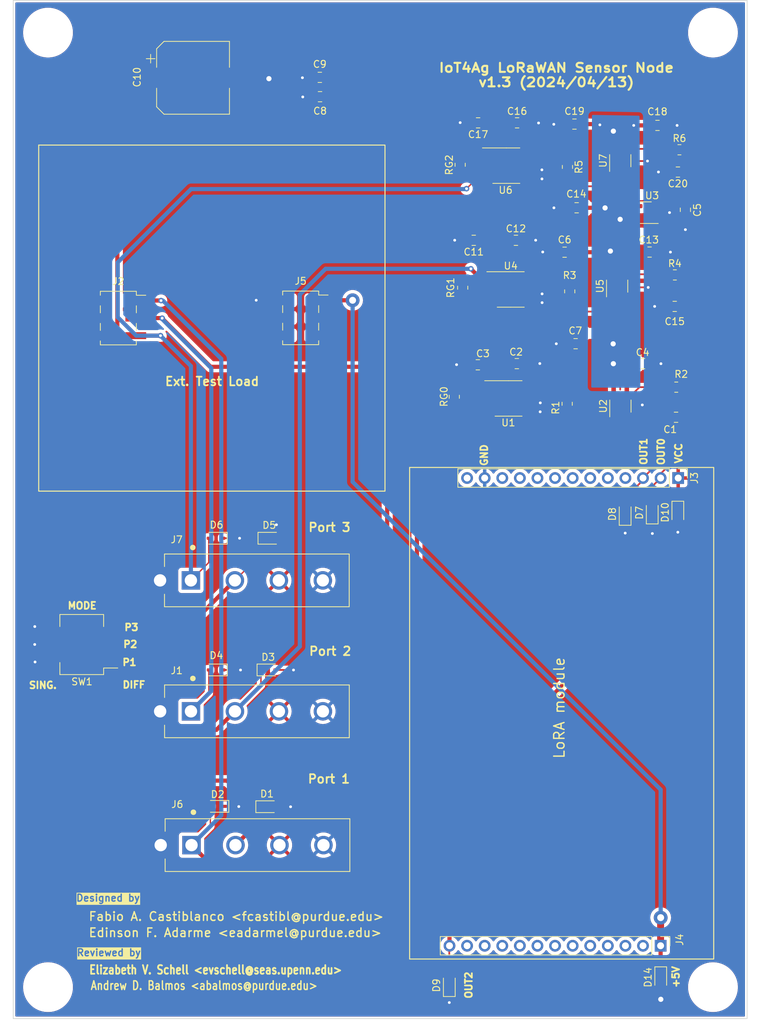
<source format=kicad_pcb>
(kicad_pcb (version 20240108) (generator "pcbnew") (generator_version "8.0")
  (title_block (title "IoT4Ag LoRaWAN Buffer") (company "OATS-Purdue") (comment 1 "Andrew D. Balmos") (comment 2 "Fabio A. Castiblanco") (comment 3 "Reviewed by") (comment 4 "Designed by Elizabeth V. Schell"))
  (layers (0 "F.Cu" signal) (31 "B.Cu" signal) (34 "B.Paste" user) (35 "F.Paste" user) (36 "B.SilkS" user "B.Silkscreen") (37 "F.SilkS" user "F.Silkscreen") (38 "B.Mask" user) (39 "F.Mask" user) (44 "Edge.Cuts" user))
  (net 0 "")
  (net 1 "Net-(R1-Pad1)")
  (net 2 "Net-(U2-+)")
  (net 3 "Net-(U2--)")
  (net 4 "GND")
  (net 6 "/VADC")
  (net 7 "VCC")
  (net 8 "Net-(R3-Pad1)")
  (net 9 "Net-(U5-+)")
  (net 10 "Net-(U5--)")
  (net 11 "Net-(R5-Pad1)")
  (net 12 "Net-(U7-+)")
  (net 13 "Net-(U7--)")
  (net 14 "/RG0+")
  (net 15 "/RG0-")
  (net 16 "/RG1+")
  (net 17 "/RG1-")
  (net 18 "/RG2+")
  (net 19 "/RG2-")
  (net 20 "/P1_OUT")
  (net 21 "/P2_OUT")
  (net 22 "/P3_OUT")
  (net 23 "/5V_SW")
  (net 44 "/P1-")
  (net 45 "/P1+")
  (net 46 "/P2-")
  (net 47 "/P2+")
  (net 48 "/P3-")
  (net 49 "/P3+")
  (footprint "Capacitor_SMD:C_0805_2012Metric_Pad1.18x1.45mm_HandSolder" (layer "F.Cu") (at 132.41 63.59)
    (property "Reference" "C6")
    (property "Value" "1u")
  )
  (footprint "MountingHole:MountingHole_3.2mm_M3" (layer "F.Cu") (at 57.821 31.861)
    (property "Reference" "H2" (hide yes))
    (property "Value" "MountingHole_Pad")
  )
  (footprint "Package_TO_SOT_SMD:TSOT-23-5_HandSoldering" (layer "F.Cu") (at 140.42 50.37 90)
    (property "Reference" "U7")
    (property "Value" "AD8615")
  )
  (footprint "Resistor_SMD:R_0805_2012Metric" (layer "F.Cu") (at 117.328 50.96 -90)
    (property "Reference" "RG2")
    (property "Value" "68k")
  )
  (footprint "Package_TO_SOT_SMD:TSOT-23-5_HandSoldering" (layer "F.Cu") (at 140.44 85.83 90)
    (property "Reference" "U2")
    (property "Value" "AD8615")
  )
  (footprint "Capacitor_SMD:C_0805_2012Metric_Pad1.18x1.45mm_HandSolder" (layer "F.Cu") (at 134 76.81 180)
    (property "Reference" "C7")
    (property "Value" "0.1u")
  )
  (footprint "Diode_SMD:D_SOD-323" (layer "F.Cu") (at 148.76 101.1825 -90)
    (property "Reference" "D10")
    (property "Value" "ESD9B3.3ST5G")
  )
  (footprint "MountingHole:MountingHole_3.2mm_M3" (layer "F.Cu") (at 153.833 31.861)
    (property "Reference" "H1" (hide yes))
    (property "Value" "MountingHole_Pad")
  )
  (footprint "Diode_SMD:D_SOD-323" (layer "F.Cu") (at 82.08 104.92 180)
    (property "Reference" "D6")
    (property "Value" "ESD9B3.3ST5G")
  )
  (footprint "Componets:iot4ag" (layer "F.Cu") (at 131.301 34.2)
    (property "Reference" "G2" (hide yes))
    (property "Value" "LOGO" (hide yes))
  )
  (footprint "Capacitor_SMD:C_0805_2012Metric_Pad1.18x1.45mm_HandSolder" (layer "F.Cu") (at 119.92 44.9 180)
    (property "Reference" "C17")
    (property "Value" "0.1u")
  )
  (footprint "Componets:TE_643416-1" (layer "F.Cu") (at 87.985 129.93)
    (property "Reference" "J1")
    (property "Value" "643416-1")
  )
  (footprint "Package_SO:SOIC-8_3.9x4.9mm_P1.27mm" (layer "F.Cu") (at 123.995 51.085)
    (property "Reference" "U6")
    (property "Value" "AD8226")
  )
  (footprint "Capacitor_SMD:C_0805_2012Metric_Pad1.18x1.45mm_HandSolder" (layer "F.Cu") (at 143.7275 79.69)
    (property "Reference" "C4")
    (property "Value" "10u")
  )
  (footprint "Diode_SMD:D_SOD-323" (layer "F.Cu") (at 82.315 143.66 180)
    (property "Reference" "D2")
    (property "Value" "ESD9B3.3ST5G")
  )
  (footprint "Package_SO:SOIC-8_3.9x4.9mm_P1.27mm" (layer "F.Cu") (at 124.63 68.9725)
    (property "Reference" "U4")
    (property "Value" "AD8226")
  )
  (footprint "Capacitor_SMD:C_0805_2012Metric_Pad1.18x1.45mm_HandSolder" (layer "F.Cu") (at 149.85 57.4625 90)
    (property "Reference" "C5")
    (property "Value" "1u")
  )
  (footprint "Diode_SMD:D_SOD-323" (layer "F.Cu") (at 89.4375 143.71)
    (property "Reference" "D1")
    (property "Value" "ESD9B3.3ST5G")
  )
  (footprint "Componets:TE_643416-1" (layer "F.Cu") (at 88.065 149.26)
    (property "Reference" "J6")
    (property "Value" "643416-1")
  )
  (footprint "Capacitor_SMD:C_0805_2012Metric_Pad1.18x1.45mm_HandSolder" (layer "F.Cu") (at 148.5 87.44 180)
    (property "Reference" "C1")
    (property "Value" "10n")
  )
  (footprint "Diode_SMD:D_SOD-323" (layer "F.Cu") (at 89.615 123.95)
    (property "Reference" "D3")
    (property "Value" "ESD9B3.3ST5G")
  )
  (footprint "Diode_SMD:D_SOD-323" (layer "F.Cu") (at 89.7525 104.92)
    (property "Reference" "D5")
    (property "Value" "ESD9B3.3ST5G")
  )
  (footprint "Resistor_SMD:R_0805_2012Metric" (layer "F.Cu") (at 148.99 48.79)
    (property "Reference" "R6")
    (property "Value" "10")
  )
  (footprint "Diode_SMD:D_SOD-323" (layer "F.Cu") (at 115.76 169.5275 90)
    (property "Reference" "D9")
    (property "Value" "ESD9B3.3ST5G")
  )
  (footprint "Componets:TE_643416-1" (layer "F.Cu") (at 87.975 111.01)
    (property "Reference" "J7")
    (property "Value" "643416-1")
  )
  (footprint "Resistor_SMD:R_0805_2012Metric" (layer "F.Cu") (at 116.48 84.48 -90)
    (property "Reference" "RG0")
    (property "Value" "68k")
  )
  (footprint "Resistor_SMD:R_0805_2012Metric" (layer "F.Cu") (at 132.78 85.49 -90)
    (property "Reference" "R1")
    (property "Value" "10k")
  )
  (footprint "Capacitor_SMD:CP_Elec_10x10" (layer "F.Cu") (at 78.76 38.39)
    (property "Reference" "C10")
    (property "Value" "330u")
  )
  (footprint "MountingHole:MountingHole_3.2mm_M3" (layer "F.Cu") (at 57.821 169.783)
    (property "Reference" "H3" (hide yes))
    (property "Value" "MountingHole_Pad")
  )
  (footprint "Connector_PinSocket_2.54mm:PinSocket_2x03_P2.54mm_Vertical_SMD" (layer "F.Cu") (at 94.3 73.08)
    (property "Reference" "J5")
    (property "Value" "Conn_02x03_Odd_Even")
  )
  (footprint "Capacitor_SMD:C_0805_2012Metric_Pad1.18x1.45mm_HandSolder" (layer "F.Cu") (at 125.51 79.69)
    (property "Reference" "C2")
    (property "Value" "10u")
  )
  (footprint "Diode_SMD:D_SOD-323" (layer "F.Cu") (at 145.06 101.24 90)
    (property "Reference" "D7")
    (property "Value" "ESD9B3.3ST5G")
  )
  (footprint "Capacitor_SMD:C_0805_2012Metric_Pad1.18x1.45mm_HandSolder" (layer "F.Cu") (at 148.77 52.01 180)
    (property "Reference" "C20")
    (property "Value" "10n")
  )
  (footprint "Resistor_SMD:R_0805_2012Metric" (layer "F.Cu") (at 133.15 69.25 -90)
    (property "Reference" "R3")
    (property "Value" "10k")
  )
  (footprint "Diode_SMD:D_SOD-323" (layer "F.Cu") (at 146.29 168.46 -90)
    (property "Reference" "D14")
    (property "Value" "ESD9B3.3ST5G")
  )
  (footprint "Capacitor_SMD:C_0805_2012Metric_Pad1.18x1.45mm_HandSolder" (layer "F.Cu") (at 97.0955 41.1213 180)
    (property "Reference" "C8")
    (property "Value" "10u")
  )
  (footprint "Capacitor_SMD:C_0805_2012Metric_Pad1.18x1.45mm_HandSolder" (layer "F.Cu") (at 144.68 63.57)
    (property "Reference" "C13")
    (property "Value" "10u")
  )
  (footprint "Diode_SMD:D_SOD-323" (layer "F.Cu") (at 141.15 101.4375 90)
    (property "Reference" "D8")
    (property "Value" "ESD9B3.3ST5G")
  )
  (footprint "Capacitor_SMD:C_0805_2012Metric_Pad1.18x1.45mm_HandSolder" (layer "F.Cu") (at 125.55 44.9)
    (property "Reference" "C16")
    (property "Value" "10u")
  )
  (footprint "Resistor_SMD:R_0805_2012Metric" (layer "F.Cu") (at 148.53 83.09)
    (property "Reference" "R2")
    (property "Value" "10")
  )
  (footprint "Connector_PinSocket_2.54mm:PinSocket_2x03_P2.54mm_Vertical_SMD" (layer "F.Cu") (at 67.975 73.11)
    (property "Reference" "J2")
    (property "Value" "Conn_02x03_Odd_Even")
  )
  (footprint "Connector_PinHeader_2.54mm:PinHeader_1x13_P2.54mm_Vertical" (layer "F.Cu") (at 148.81 96.22 -90)
    (property "Reference" "J3")
    (property "Value" "Conn_01x13_Pin")
  )
  (footprint "MountingHole:MountingHole_3.2mm_M3" (layer "F.Cu") (at 153.833 169.783)
    (property "Reference" "H4" (hide yes))
    (property "Value" "MountingHole_Pad")
  )
  (footprint "Resistor_SMD:R_0805_2012Metric" (layer "F.Cu") (at 132.82 51.27 -90)
    (property "Reference" "R5")
    (property "Value" "10k")
  )
  (footprint "Capacitor_SMD:C_0805_2012Metric_Pad1.18x1.45mm_HandSolder" (layer "F.Cu") (at 134.1475 57.17 180)
    (property "Reference" "C14")
    (property "Value" "0.1u")
  )
  (footprint "Package_TO_SOT_SMD:TSOT-23-5_HandSoldering" (layer "F.Cu") (at 139.97 68.4925 90)
    (property "Reference" "U5")
    (property "Value" "AD8615")
  )
  (footprint "Resistor_SMD:R_0805_2012Metric" (layer "F.Cu") (at 148.33 66.8725)
    (property "Reference" "R4")
    (property "Value" "10")
  )
  (footprint "Capacitor_SMD:C_0805_2012Metric_Pad1.18x1.45mm_HandSolder" (layer "F.Cu") (at 133.83 45.08 180)
    (property "Reference" "C19")
    (property "Value" "0.1u")
  )
  (footprint "Button_Switch_SMD:SW_DIP_SPSTx03_Slide_Omron_A6S-310x_W8.9mm_P2.54mm" (layer "F.Cu") (at 62.69 120.28 180)
    (property "Reference" "SW1")
    (property "Value" "SW_DIP_x03")
  )
  (footprint "Package_TO_SOT_SMD:TSOT-23-5" (layer "F.Cu") (at 144.13 57.88 180)
    (property "Reference" "U3")
    (property "Value" "ADP7142AUJZ-3.3")
  )
  (footprint "Package_SO:SOIC-8_3.9x4.9mm_P1.27mm" (layer "F.Cu") (at 124.318 84.72)
    (property "Reference" "U1")
    (property "Value" "AD8226")
  )
  (footprint "Capacitor_SMD:C_0805_2012Metric_Pad1.18x1.45mm_HandSolder" (layer "F.Cu") (at 97.065 38.3275 180)
    (property "Reference" "C9")
    (property "Value" "0.1u")
  )
  (footprint "Capacitor_SMD:C_0805_2012Metric_Pad1.18x1.45mm_HandSolder" (layer "F.Cu") (at 119.88 79.86 180)
    (property "Reference" "C3")
    (property "Value" "0.1u")
  )
  (footprint "Capacitor_SMD:C_0805_2012Metric_Pad1.18x1.45mm_HandSolder" (layer "F.Cu") (at 125.38 61.8725)
    (property "Reference" "C12")
    (property "Value" "0.1u")
  )
  (footprint "Diode_SMD:D_SOD-323" (layer "F.Cu") (at 82.095 123.95 180)
    (property "Reference" "D4")
    (property "Value" "ESD9B3.3ST5G")
  )
  (footprint "Capacitor_SMD:C_0805_2012Metric_Pad1.18x1.45mm_HandSolder" (layer "F.Cu") (at 145.82 45.27)
    (property "Reference" "C18")
    (property "Value" "10u")
  )
  (footprint "Capacitor_SMD:C_0805_2012Metric_Pad1.18x1.45mm_HandSolder" (layer "F.Cu") (at 148.31 71.4225 180)
    (property "Reference" "C15")
    (property "Value" "10n")
  )
  (footprint "Componets:OATS" (layer "F.Cu") (at 131.236987 30.9)
    (property "Reference" "G1" (hide yes))
    (property "Value" "LOGO" (hide yes))
  )
  (footprint "Resistor_SMD:R_0805_2012Metric" (layer "F.Cu") (at 117.696 68.7225 -90)
    (property "Reference" "RG1")
    (property "Value" "68k")
  )
  (footprint "Connector_PinHeader_2.54mm:PinHeader_1x13_P2.54mm_Vertical" (layer "F.Cu") (at 146.27 163.8 -90)
    (property "Reference" "J4")
    (property "Value" "Conn_01x13_Pin")
  )
  (footprint "Capacitor_SMD:C_0805_2012Metric_Pad1.18x1.45mm_HandSolder" (layer "F.Cu") (at 119.29 61.8725 180)
    (property "Reference" "C11")
    (property "Value" "10u")
  )
  (gr_rect (start 110.03 94.69) (end 153.94 165.72) (stroke (width 0.15)) (fill none) (layer "F.SilkS"))
  (gr_rect (start 56.475 48.115) (end 106.475 98.115) (stroke (width 0.15)) (fill none) (layer "F.SilkS"))
  (gr_rect (start 52.798 27.2) (end 158.76 174.33) (stroke (width 0.1)) (fill none) (layer "Edge.Cuts"))
  (gr_text "+5V" (at 149.06 170 90) (layer "F.SilkS") (effects (font (size 1 1) (thickness 0.25) (bold yes)) (justify left bottom)))
  (gr_text "P3" (at 68.72 118.38 0) (layer "F.SilkS") (effects (font (size 1 1) (thickness 0.25) (bold yes)) (justify left bottom)))
  (gr_text "Reviewed by" (at 61.87 165.38 0) (layer "F.SilkS" knockout) (effects (font (size 1 1) (thickness 0.2) (bold yes)) (justify left bottom)))
  (gr_text "OUT0\n" (at 146.92 94.47 90) (layer "F.SilkS") (effects (font (size 1 1) (thickness 0.25) (bold yes)) (justify left bottom)))
  (gr_text "Edinson F. Adarme <eadarmel@purdue.edu>" (at 63.59 162.64 0) (layer "F.SilkS") (effects (font (size 1.25 1.25) (thickness 0.2) (bold yes)) (justify left bottom)))
  (gr_text "SING.\n" (at 54.94 126.74 0) (layer "F.SilkS") (effects (font (size 1 1) (thickness 0.25) (bold yes)) (justify left bottom)))
  (gr_text "Port 1" (at 95.21 140.43 0) (layer "F.SilkS") (effects (font (size 1.25 1.25) (thickness 0.25) (bold yes)) (justify left bottom)))
  (gr_text "DIFF\n" (at 68.46 126.68 0) (layer "F.SilkS") (effects (font (size 1 1) (thickness 0.25) (bold yes)) (justify left bottom)))
  (gr_text "MODE" (at 60.54 115.25 0) (layer "F.SilkS") (effects (font (size 1 1) (thickness 0.25) (bold yes)) (justify left bottom)))
  (gr_text "GND" (at 121.38 94.6 90) (layer "F.SilkS") (effects (font (size 1 1) (thickness 0.25) (bold yes)) (justify left bottom)))
  (gr_text "P1" (at 68.44 123.43 0) (layer "F.SilkS") (effects (font (size 1 1) (thickness 0.25) (bold yes)) (justify left bottom)))
  (gr_text "OUT1\n\n" (at 146.02 94.45 90) (layer "F.SilkS") (effects (font (size 1 1) (thickness 0.25) (bold yes)) (justify left bottom)))
  (gr_text "LoRA module\n" (at 132.52 136.89 90) (layer "F.SilkS") (effects (font (size 1.5 1.5) (thickness 0.2) (bold yes)) (justify left bottom)))
  (gr_text "VCC\n" (at 149.46 94.24 90) (layer "F.SilkS") (effects (font (size 1 1) (thickness 0.25) (bold yes)) (justify left bottom)))
  (gr_text "OUT2\n" (at 119.15 171.5575 90) (layer "F.SilkS") (effects (font (size 1 1) (thickness 0.25) (bold yes)) (justify left bottom)))
  (gr_text "Port 2" (at 95.39 121.97 0) (layer "F.SilkS") (effects (font (size 1.25 1.25) (thickness 0.25) (bold yes)) (justify left bottom)))
  (gr_text "Ext. Test Load" (at 74.59 82.99 0) (layer "F.SilkS") (effects (font (size 1.25 1.25) (thickness 0.25) (bold yes)) (justify left bottom)))
  (gr_text "P2" (at 68.56 120.83 0) (layer "F.SilkS") (effects (font (size 1 1) (thickness 0.25) (bold yes)) (justify left bottom)))
  (gr_text "Fabio A. Castiblanco <fcastibl@purdue.edu>" (at 63.59 160.3 0) (layer "F.SilkS") (effects (font (size 1.25 1.25) (thickness 0.2) (bold yes)) (justify left bottom)))
  (gr_text "Designed by" (at 61.78 157.48 0) (layer "F.SilkS" knockout) (effects (font (size 1 1) (thickness 0.2) (bold yes)) (justify left bottom)))
  (gr_text "IoT4Ag LoRaWAN Sensor Node\nv1.3 (2024/04/13)" (at 131.222781 39.8 0) (layer "F.SilkS") (effects (font (size 1.3 1.5) (thickness 0.3) (bold yes)) (justify bottom)))
  (gr_text "Andrew D. Balmos <abalmos@purdue.edu>" (at 63.87 170.28 0) (layer "F.SilkS") (effects (font (size 1.25 1) (thickness 0.2) (bold yes)) (justify left bottom)))
  (gr_text "Elizabeth V. Schell <evschell@seas.upenn.edu>" (at 63.64 168.01 0) (layer "F.SilkS") (effects (font (size 1.25 1) (thickness 0.25) (bold yes)) (justify left bottom)))
  (gr_text "Port 3" (at 95.29 104.08 0) (layer "F.SilkS") (effects (font (size 1.25 1.25) (thickness 0.25) (bold yes)) (justify left bottom)))
  (segment (start 130.355 84.085) (end 130.8475 84.5775) (width 0.25) (layer "F.Cu") (net 1))
  (segment (start 126.793 84.085) (end 130.355 84.085) (width 0.25) (layer "F.Cu") (net 1))
  (segment (start 130.8475 84.5775) (end 132.78 84.5775) (width 0.25) (layer "F.Cu") (net 1))
  (segment (start 132.78 86.4025) (end 132.78 87.43) (width 0.25) (layer "F.Cu") (net 2))
  (segment (start 132.78 87.43) (end 135.08 89.73) (width 0.25) (layer "F.Cu") (net 2))
  (segment (start 135.08 89.73) (end 140.45 89.73) (width 0.25) (layer "F.Cu") (net 2))
  (segment (start 141.39 88.79) (end 141.39 87.54) (width 0.25) (layer "F.Cu") (net 2))
  (segment (start 140.45 89.73) (end 141.39 88.79) (width 0.25) (layer "F.Cu") (net 2))
  (segment (start 141.39 84.12) (end 142.19 84.12) (width 0.25) (layer "F.Cu") (net 3))
  (segment (start 140.37 84.53) (end 140.78 84.12) (width 0.25) (layer "F.Cu") (net 3))
  (segment (start 139.49 86.1) (end 140.37 85.22) (width 0.25) (layer "F.Cu") (net 3))
  (segment (start 143.22 83.09) (end 147.6175 83.09) (width 0.25) (layer "F.Cu") (net 3))
  (segment (start 139.49 87.54) (end 139.49 86.1) (width 0.25) (layer "F.Cu") (net 3))
  (segment (start 142.19 84.12) (end 143.22 83.09) (width 0.25) (layer "F.Cu") (net 3))
  (segment (start 140.78 84.12) (end 141.39 84.12) (width 0.25) (layer "F.Cu") (net 3))
  (segment (start 140.37 85.22) (end 140.37 84.53) (width 0.25) (layer "F.Cu") (net 3))
  (segment (start 146.31 79.69) (end 146.32 79.7) (width 0.25) (layer "F.Cu") (net 4))
  (segment (start 143.61 85.68) (end 141.05 85.68) (width 0.25) (layer "F.Cu") (net 4))
  (segment (start 143.63 85.66) (end 145.41 87.44) (width 0.25) (layer "F.Cu") (net 4))
  (segment (start 145.06 102.29) (end 145.06 104.22) (width 0.25) (layer "F.Cu") (net 4))
  (segment (start 144.765 79.69) (end 146.31 79.69) (width 0.25) (layer "F.Cu") (net 4))
  (segment (start 129.1 51.72) (end 126.47 51.72) (width 0.25) (layer "F.Cu") (net 4))
  (segment (start 140.83 50.42) (end 144.38 50.42) (width 0.25) (layer "F.Cu") (net 4))
  (segment (start 127.105 70.8775) (end 129.1575 70.8775) (width 0.25) (layer "F.Cu") (net 4))
  (segment (start 145.06 104.22) (end 145.08 104.24) (width 0.25) (layer "F.Cu") (net 4))
  (segment (start 146.3 171.54) (end 146.29 171.48) (width 0.6) (layer "F.Cu") (net 4))
  (segment (start 115.76 170.5775) (end 115.76 172.01) (width 0.25) (layer "F.Cu") (net 4))
  (segment (start 85.335 143.66) (end 85.365 143.69) (width 0.25) (layer "F.Cu") (net 4))
  (segment (start 90.665 123.95) (end 93.255 123.95) (width 0.25) (layer "F.Cu") (net 4))
  (segment (start 144.47 68.67) (end 140.2525 68.67) (width 0.25) (layer "F.Cu") (net 4))
  (segment (start 85.605 123.95) (end 85.615 123.96) (width 0.25) (layer "F.Cu") (net 4))
  (segment (start 117.36 44.9) (end 117.33 44.87) (width 0.25) (layer "F.Cu") (net 4))
  (segment (start 87.89 70.54) (end 87.88 70.53) (width 0.25) (layer "F.Cu") (net 4))
  (segment (start 129.1575 70.8775) (end 129.16 70.88) (width 0.25) (layer "F.Cu") (net 4))
  (segment (start 145.2675 57.88) (end 147.55 57.88) (width 0.5) (layer "F.Cu") (net 4))
  (segment (start 96.058 41.1213) (end 94.6382 41.1213) (width 0.25) (layer "F.Cu") (net 4))
  (segment (start 139.97 68.9525) (end 139.97 70.2025) (width 0.25) (layer "F.Cu") (net 4))
  (segment (start 128.9 85.36) (end 128.42 85.355) (width 0.25) (layer "F.Cu") (net 4))
  (segment (start 133.11 57.17) (end 130.875 57.17) (width 0.25) (layer "F.Cu") (net 4))
  (segment (start 93.255 123.95) (end 93.265 123.96) (width 0.25) (layer "F.Cu") (net 4))
  (segment (start 83.0775 38.51) (end 89.71 38.51) (width 1) (layer "F.Cu") (net 4))
  (segment (start 118.8425 79.86) (end 116.83 79.86) (width 0.25) (layer "F.Cu") (net 4))
  (segment (start 89.71 38.51) (end 89.7175 38.5175) (width 0.6) (layer "F.Cu") (net 4))
  (segment (start 83.145 123.95) (end 85.605 123.95) (width 0.25) (layer "F.Cu") (net 4))
  (segment (start 128.82 79.69) (end 128.83 79.68) (width 0.25) (layer "F.Cu") (net 4))
  (segment (start 145.41 87.44) (end 147.4625 87.44) (width 0.25) (layer "F.Cu") (net 4))
  (segment (start 58.18 117.68) (end 58.24 117.74) (width 0.25) (layer "F.Cu") (net 4))
  (segment (start 145.96 52) (end 145.97 52.01) (width 0.25) (layer "F.Cu") (net 4))
  (segment (start 140.42 50.83) (end 140.83 50.42) (width 0.25) (layer "F.Cu") (net 4))
  (segment (start 116.83 79.86) (end 116.81 79.84) (width 0.25) (layer "F.Cu") (net 4))
  (segment (start 147.27 71.42) (end 147.2725 71.4225) (width 0.25) (layer "F.Cu") (net 4))
  (segment (start 85.48 104.92) (end 83.13 104.92) (width 0.25) (layer "F.Cu") (net 4))
  (segment (start 129.25 63.56) (end 131.3425 63.56) (width 0.25) (layer "F.Cu") (net 4))
  (segment (start 90.8 102.97) (end 90.8 104.9175) (width 0.25) (layer "F.Cu") (net 4))
  (segment (start 118.8825 44.9) (end 117.36 44.9) (width 0.25) (layer "F.Cu") (net 4))
  (segment (start 140.42 52.08) (end 140.42 50.83) (width 0.25) (layer "F.Cu") (net 4))
  (segment (start 55.9 120.27) (end 58.23 120.27) (width 0.25) (layer "F.Cu") (net 4))
  (segment (start 91.78 70.54) (end 87.89 70.54) (width 0.25) (layer "F.Cu") (net 4))
  (segment (start 96.0275 38.3275) (end 94.6053 38.3275) (width 0.25) (layer "F.Cu") (net 4))
  (segment (start 129.1575 69.6075) (end 127.105 69.6075) (width 0.25) (layer "F.Cu") (net 4))
  (segment (start 129.13 51.69) (end 129.1 51.72) (width 0.25) (layer "F.Cu") (net 4))
  (segment (start 90.8 104.9175) (end 90.8025 104.92) (width 0.25) (layer "F.Cu") (net 4))
  (segment (start 128.41 85.355) (end 128.9 85.36) (width 0.25) (layer "F.Cu") (net 4))
  (segment (start 144.48 68.68) (end 144.47 68.67) (width 0.25) (layer "F.Cu") (net 4))
  (segment (start 58.23 120.27) (end 58.24 120.28) (width 0.25) (layer "F.Cu") (net 4))
  (segment (start 140.2525 68.67) (end 139.97 68.9525) (width 0.25) (layer "F.Cu") (net 4))
  (segment (start 92.835 143.71) (end 92.845 143.72) (width 0.25) (layer "F.Cu") (net 4))
  (segment (start 147.7325 52.01) (end 145.96 52) (width 0.25) (layer "F.Cu") (net 4))
  (segment (start 141.05 85.68) (end 140.44 86.29) (width 0.25) (layer "F.Cu") (net 4))
  (segment (start 126.5475 79.69) (end 128.82 79.69) (width 0.25) (layer "F.Cu") (net 4))
  (segment (start 128.015 85.355) (end 128.41 85.355) (width 0.25) (layer "F.Cu") (net 4))
  (segment (start 126.793 85.355) (end 128.015 85.355) (width 0.25) (layer "F.Cu") (net 4))
  (segment (start 55.91 117.68) (end 58.18 117.68) (width 0.25) (layer "F.Cu") (net 4))
  (segment (start 90.4875 143.71) (end 92.835 143.71) (width 0.25) (layer "F.Cu") (net 4))
  (segment (start 146.29 169.51) (end 146.3 171.54) (width 0.6) (layer "F.Cu") (net 4))
  (segment (start 145.41 71.42) (end 147.27 71.42) (width 0.25) (layer "F.Cu") (net 4))
  (segment (start 128.855 86.625) (end 128.88 86.65) (width 0.25) (layer "F.Cu") (net 4))
  (segment (start 141.15 104.1675) (end 141.16 104.1775) (width 0.25) (layer "F.Cu") (net 4))
  (segment (start 130.875 57.17) (end 130.8675 57.1775) (width 0.25) (layer "F.Cu") (net 4))
  (segment (start 126.793 86.625) (end 128.855 86.625) (width 0.25) (layer "F.Cu") (net 4))
  (segment (start 129.13 52.99) (end 126.47 52.99) (width 0.25) (layer "F.Cu") (net 4))
  (segment (start 132.9625 76.81) (end 131.22 76.81) (width 0.25) (layer "F.Cu") (net 4))
  (segment (start 145.7175 63.57) (end 147.6825 63.57) (width 0.25) (layer "F.Cu") (net 4))
  (segment (start 140.44 86.29) (end 140.44 87.54) (width 0.25) (layer "F.Cu") (net 4))
  (segment (start 129.14 53) (end 129.13 52.99) (width 0.25) (layer "F.Cu") (net 4))
  (segment (start 116.5525 61.8725) (end 116.54 61.86) (width 0.25) (layer "F.Cu") (net 4))
  (segment (start 143.63 85.66) (end 143.61 85.68) (width 0.25) (layer "F.Cu") (net 4))
  (segment (start 126.4175 61.8725) (end 128.2175 61.8725) (width 0.25) (layer "F.Cu") (net 4))
  (segment (start 129.16 69.61) (end 129.1575 69.6075) (width 0.25) (layer "F.Cu") (net 4))
  (segment (start 128.42 85.355) (end 128.415 85.355) (width 0.25) (layer "F.Cu") (net 4))
  (segment (start 128.63 44.9) (end 128.65 44.92) (width 0.25) (layer "F.Cu") (net 4))
  (segment (start 148.76 102.2325) (end 148.76 104.05) (width 0.25) (layer "F.Cu") (net 4))
  (segment (start 55.95 122.8) (end 58.22 122.8) (width 0.25) (layer "F.Cu") (net 4))
  (segment (start 128.2175 61.8725) (end 128.23 61.86) (width 0.25) (layer "F.Cu") (net 4))
  (segment (start 131.3425 63.56) (end 131.3725 63.59) (width 0.25) (layer "F.Cu") (net 4))
  (segment (start 132.4625 45.11) (end 130.85 45.11) (width 0.25) (layer "F.Cu") (net 4))
  (segment (start 141.15 102.4875) (end 141.15 104.1675) (width 0.25) (layer "F.Cu") (net 4))
  (segment (start 149.85 60.3325) (end 149.85 58.5) (width 0.25) (layer "F.Cu") (net 4))
  (segment (start 58.22 122.8) (end 58.24 122.82) (width 0.25) (layer "F.Cu") (net 4))
  (segment (start 118.2525 61.8725) (end 116.5525 61.8725) (width 0.25) (layer "F.Cu") (net 4))
  (segment (start 126.5875 44.9) (end 128.63 44.9) (width 0.25) (layer "F.Cu") (net 4))
  (segment (start 83.365 143.66) (end 85.335 143.66) (width 0.25) (layer "F.Cu") (net 4))
  (segment (start 146.8575 45.27) (end 148.65 45.27) (width 0.25) (layer "F.Cu") (net 4))
  (via (at 85.48 104.92) (size 0.8) (drill 0.4) (layers "F.Cu" "B.Cu") (net 4))
  (via (at 117.33 44.87) (size 0.8) (drill 0.4) (layers "F.Cu" "B.Cu") (net 4))
  (via (at 55.95 122.8) (size 0.8) (drill 0.4) (layers "F.Cu" "B.Cu") (net 4))
  (via (at 128.9 85.36) (size 0.8) (drill 0.4) (layers "F.Cu" "B.Cu") (net 4))
  (via (at 85.615 123.96) (size 0.8) (drill 0.4) (layers "F.Cu" "B.Cu") (net 4))
  (via (at 89.7175 38.5175) (size 1.5) (drill 0.75) (layers "F.Cu" "B.Cu") (net 4))
  (via (at 141.16 104.1775) (size 0.8) (drill 0.4) (layers "F.Cu" "B.Cu") (net 4))
  (via (at 115.76 172.01) (size 0.8) (drill 0.4) (layers "F.Cu" "B.Cu") (net 4))
  (via (at 149.85 60.3325) (size 0.8) (drill 0.4) (layers "F.Cu" "B.Cu") (net 4))
  (via (at 90.8 102.97) (size 0.8) (drill 0.4) (layers "F.Cu" "B.Cu") (net 4))
  (via (at 94.603 41.1565) (size 0.8) (drill 0.4) (layers "F.Cu" "B.Cu") (net 4))
  (via (at 143.63 85.66) (size 0.8) (drill 0.4) (layers "F.Cu" "B.Cu") (net 4))
  (via (at 116.54 61.86) (size 0.8) (drill 0.4) (layers "F.Cu" "B.Cu") (net 4))
  (via (at 145.08 104.24) (size 0.8) (drill 0.4) (layers "F.Cu" "B.Cu") (net 4))
  (via (at 146.32 79.7) (size 0.8) (drill 0.4) (layers "F.Cu" "B.Cu") (net 4))
  (via (at 130.8675 57.1775) (size 0.8) (drill 0.4) (layers "F.Cu" "B.Cu") (net 4))
  (via (at 85.365 143.69) (size 0.8) (drill 0.4) (layers "F.Cu" "B.Cu") (net 4))
  (via (at 145.41 71.42) (size 0.8) (drill 0.4) (layers "F.Cu" "B.Cu") (net 4))
  (via (at 129.13 51.69) (size 0.8) (drill 0.4) (layers "F.Cu" "B.Cu") (net 4))
  (via (at 116.81 79.84) (size 0.8) (drill 0.4) (layers "F.Cu" "B.Cu") (net 4))
  (via (at 148.65 45.27) (size 0.8) (drill 0.4) (layers "F.Cu" "B.Cu") (net 4))
  (via (at 147.56 57.87) (size 0.8) (drill 0.4) (layers "F.Cu" "B.Cu") (net 4))
  (via (at 55.9 120.27) (size 0.8) (drill 0.4) (layers "F.Cu" "B.Cu") (net 4))
  (via (at 129.16 70.88) (size 0.8) (drill 0.4) (layers "F.Cu" "B.Cu") (net 4))
  (via (at 131.21 76.82) (size 0.8) (drill 0.4) (layers "F.Cu" "B.Cu") (net 4))
  (via (at 144.48 68.68) (size 0.8) (drill 0.4) (layers "F.Cu" "B.Cu") (net 4))
  (via (at 128.23 61.86) (size 0.8) (drill 0.4) (layers "F.Cu" "B.Cu") (net 4))
  (via (at 55.91 117.68) (size 0.8) (drill 0.4) (layers "F.Cu" "B.Cu") (net 4))
  (via (at 128.83 79.68) (size 0.8) (drill 0.4) (layers "F.Cu" "B.Cu") (net 4))
  (via (at 129.25 63.56) (size 0.8) (drill 0.4) (layers "F.Cu" "B.Cu") (net 4))
  (via (at 92.845 143.72) (size 0.8) (drill 0.4) (layers "F.Cu" "B.Cu") (net 4))
  (via (at 147.69 63.5775) (size 0.8) (drill 0.4) (layers "F.Cu" "B.Cu") (net 4))
  (via (at 128.88 86.65) (size 0.8) (drill 0.4) (layers "F.Cu" "B.Cu") (net 4))
  (via (at 129.14 53) (size 0.8) (drill 0.4) (layers "F.Cu" "B.Cu") (net 4))
  (via (at 146.3 171.54) (size 1.5) (drill 0.75) (layers "F.Cu" "B.Cu") (net 4))
  (via (at 145.96 52) (size 0.8) (drill 0.4) (layers "F.Cu" "B.Cu") (net 4))
  (via (at 93.265 123.96) (size 0.8) (drill 0.4) (layers "F.Cu" "B.Cu") (net 4))
  (via (at 128.65 44.92) (size 0.8) (drill 0.4) (layers "F.Cu" "B.Cu") (net 4))
  (via (at 94.5525 38.3803) (size 0.8) (drill 0.4) (layers "F.Cu" "B.Cu") (net 4))
  (via (at 148.76 104.05) (size 0.8) (drill 0.4) (layers "F.Cu" "B.Cu") (net 4))
  (via (at 144.38 50.42) (size 0.8) (drill 0.4) (layers "F.Cu" "B.Cu") (net 4))
  (via (at 87.88 70.53) (size 0.8) (drill 0.4) (layers "F.Cu" "B.Cu") (net 4))
  (via (at 129.16 69.61) (size 0.8) (drill 0.4) (layers "F.Cu" "B.Cu") (net 4))
  (via (at 130.85 45.11) (size 0.8) (drill 0.4) (layers "F.Cu" "B.Cu") (net 4))
  (segment (start 138.86 63.59) (end 139.02 63.43) (width 0.6) (layer "F.Cu") (net 6))
  (segment (start 139.49 79.74) (end 139.45 79.7) (width 0.6) (layer "F.Cu") (net 6))
  (segment (start 142.68 79.7) (end 142.69 79.69) (width 0.6) (layer "F.Cu") (net 6))
  (segment (start 139.45 46.1) (end 139.47 46.12) (width 0.6) (layer "F.Cu") (net 6))
  (segment (start 139.45 79.7) (end 142.68 79.7) (width 0.6) (layer "F.Cu") (net 6))
  (segment (start 142.39 45.27) (end 144.7825 45.27) (width 0.6) (layer "F.Cu") (net 6))
  (segment (start 140.43 58.84) (end 142.9825 58.84) (width 0.6) (layer "F.Cu") (net 6))
  (segment (start 139.47 46.12) (end 139.47 48.66) (width 0.6) (layer "F.Cu") (net 6))
  (segment (start 134.8675 45.08) (end 137.39 45.08) (width 0.6) (layer "F.Cu") (net 6))
  (segment (start 139.47 48.66) (end 139.46 48.65) (width 0.6) (layer "F.Cu") (net 6))
  (segment (start 143.6425 63.57) (end 139.16 63.57) (width 0.6) (layer "F.Cu") (net 6))
  (segment (start 137.39 45.08) (end 137.5 45.19) (width 0.6) (layer "F.Cu") (net 6))
  (segment (start 133.4475 63.59) (end 138.86 63.59) (width 0.6) (layer "F.Cu") (net 6))
  (segment (start 139.16 63.57) (end 139.02 63.43) (width 0.6) (layer "F.Cu") (net 6))
  (segment (start 139.49 84.12) (end 139.49 79.74) (width 0.6) (layer "F.Cu") (net 6))
  (segment (start 134.86 45.0875) (end 134.8675 45.08) (width 0.6) (layer "F.Cu") (net 6))
  (segment (start 139.02 66.7825) (end 139.02 66.8) (width 0.6) (layer "F.Cu") (net 6))
  (segment (start 139.02 66.7825) (end 139.02 63.43) (width 0.6) (layer "F.Cu") (net 6))
  (segment (start 135.0575 76.83) (end 135.0375 76.81) (width 0.6) (layer "F.Cu") (net 6))
  (segment (start 135.185 57.17) (end 138.23 57.17) (width 0.6) (layer "F.Cu") (net 6))
  (segment (start 138.23 57.17) (end 138.25 57.19) (width 0.6) (layer "F.Cu") (net 6))
  (segment (start 139.42 76.83) (end 135.0575 76.83) (width 0.6) (layer "F.Cu") (net 6))
  (via (at 138.25 57.19) (size 1.5) (drill 0.75) (layers "F.Cu" "B.Cu") (net 6))
  (via (at 140.43 58.84) (size 1.5) (drill 0.75) (layers "F.Cu" "B.Cu") (net 6))
  (via (at 139.02 63.43) (size 1.5) (drill 0.75) (layers "F.Cu" "B.Cu") (net 6))
  (via (at 139.45 46.1) (size 1.5) (drill 0.75) (layers "F.Cu" "B.Cu") (net 6))
  (via (at 137.5 45.19) (size 0.8) (drill 0.4) (layers "F.Cu" "B.Cu") (net 6))
  (via (at 142.39 45.27) (size 0.8) (drill 0.4) (layers "F.Cu" "B.Cu") (net 6))
  (via (at 139.42 76.83) (size 1.5) (drill 0.75) (layers "F.Cu" "B.Cu") (net 6))
  (via (at 139.45 79.7) (size 1.5) (drill 0.75) (layers "F.Cu" "B.Cu") (net 6))
  (segment (start 133.15 68.3375) (end 127.105 68.3375) (width 0.25) (layer "F.Cu") (net 8))
  (segment (start 133.15 70.445) (end 133.15 71.36) (width 0.25) (layer "F.Cu") (net 9))
  (segment (start 140.92 71.4525) (end 140.92 70.2025) (width 0.25) (layer "F.Cu") (net 9))
  (segment (start 133.15 71.36) (end 133.96 72.17) (width 0.25) (layer "F.Cu") (net 9))
  (segment (start 133.96 72.17) (end 140.2025 72.17) (width 0.25) (layer "F.Cu") (net 9))
  (segment (start 140.2025 72.17) (end 140.92 71.4525) (width 0.25) (layer "F.Cu") (net 9))
  (segment (start 140.92 66.7825) (end 139.02 68.6825) (width 0.25) (layer "F.Cu") (net 10))
  (segment (start 139.02 68.6825) (end 139.02 70.2025) (width 0.25) (layer "F.Cu") (net 10))
  (segment (start 147.3275 66.7825) (end 147.4175 66.8725) (width 0.25) (layer "F.Cu") (net 10))
  (segment (start 140.92 66.7825) (end 147.3275 66.7825) (width 0.25) (layer "F.Cu") (net 10))
  (segment (start 132.7275 50.45) (end 132.82 50.3575) (width 0.25) (layer "F.Cu") (net 11))
  (segment (start 126.47 50.45) (end 132.7275 50.45) (width 0.25) (layer "F.Cu") (net 11))
  (segment (start 132.82 52.1825) (end 132.82 53.15) (width 0.25) (layer "F.Cu") (net 12))
  (segment (start 141.37 53.33) (end 141.37 52.08) (width 0.25) (layer "F.Cu") (net 12))
  (segment (start 132.82 53.15) (end 133.74 54.07) (width 0.25) (layer "F.Cu") (net 12))
  (segment (start 140.63 54.07) (end 141.37 53.33) (width 0.25) (layer "F.Cu") (net 12))
  (segment (start 133.74 54.07) (end 140.63 54.07) (width 0.25) (layer "F.Cu") (net 12))
  (segment (start 139.47 50.73) (end 141.37 48.83) (width 0.25) (layer "F.Cu") (net 13))
  (segment (start 141.37 48.83) (end 141.37 48.66) (width 0.25) (layer "F.Cu") (net 13))
  (segment (start 147.9475 48.66) (end 148.0775 48.79) (width 0.25) (layer "F.Cu") (net 13))
  (segment (start 139.47 52.08) (end 139.47 50.73) (width 0.25) (layer "F.Cu") (net 13))
  (segment (start 141.37 48.66) (end 147.9475 48.66) (width 0.25) (layer "F.Cu") (net 13))
  (segment (start 120.215 84.085) (end 119.6975 83.5675) (width 0.25) (layer "F.Cu") (net 14))
  (segment (start 119.6975 83.5675) (end 116.48 83.5675) (width 0.25) (layer "F.Cu") (net 14))
  (segment (start 121.843 84.085) (end 120.215 84.085) (width 0.25) (layer "F.Cu") (net 14))
  (segment (start 116.48 85.3925) (end 116.53675 85.33575) (width 0.25) (layer "F.Cu") (net 15))
  (segment (start 116.53675 85.33575) (end 121.816 85.33575) (width 0.25) (layer "F.Cu") (net 15))
  (segment (start 119.4 67.81) (end 117.696 67.81) (width 0.25) (layer "F.Cu") (net 16))
  (segment (start 117.706 67.82) (end 117.696 67.81) (width 0.2) (layer "F.Cu") (net 16))
  (segment (start 122.155 68.3375) (end 119.9275 68.3375) (width 0.25) (layer "F.Cu") (net 16))
  (segment (start 119.9275 68.3375) (end 119.4 67.81) (width 0.25) (layer "F.Cu") (net 16))
  (segment (start 117.7235 69.6075) (end 117.696 69.635) (width 0.2) (layer "F.Cu") (net 17))
  (segment (start 122.155 69.6075) (end 117.7235 69.6075) (width 0.2) (layer "F.Cu") (net 17))
  (segment (start 117.7305 50.45) (end 117.328 50.0475) (width 0.25) (layer "F.Cu") (net 18))
  (segment (start 121.52 50.45) (end 117.7305 50.45) (width 0.25) (layer "F.Cu") (net 18))
  (segment (start 117.4805 51.72) (end 117.328 51.8725) (width 0.25) (layer "F.Cu") (net 19))
  (segment (start 121.52 51.72) (end 117.4805 51.72) (width 0.25) (layer "F.Cu") (net 19))
  (segment (start 149.4125 83.12) (end 149.4125 87.315) (width 0.25) (layer "F.Cu") (net 20))
  (segment (start 149.5875 92.2825) (end 146.27 95.6) (width 0.25) (layer "F.Cu") (net 20))
  (segment (start 149.5875 87.49) (end 149.5875 92.2825) (width 0.25) (layer "F.Cu") (net 20))
  (segment (start 146.27 96.22) (end 145.06 97.43) (width 0.25) (layer "F.Cu") (net 20))
  (segment (start 145.04 100.17) (end 145.06 100.19) (width 0.25) (layer "F.Cu") (net 20))
  (segment (start 145.06 97.43) (end 145.06 100.19) (width 0.25) (layer "F.Cu") (net 20))
  (segment (start 146.27 95.6) (end 146.27 96.22) (width 0.25) (layer "F.Cu") (net 20))
  (segment (start 149.4125 87.315) (end 149.5375 87.44) (width 0.25) (layer "F.Cu") (net 20))
  (segment (start 149.5375 87.44) (end 149.5875 87.49) (width 0.25) (layer "F.Cu") (net 20))
  (segment (start 149.4425 83.09) (end 149.4125 83.12) (width 0.25) (layer "F.Cu") (net 20))
  (segment (start 141.15 100.3875) (end 141.15 99.1075) (width 0.25) (layer "F.Cu") (net 21))
  (segment (start 148.53 74.18) (end 149.3475 73.3625) (width 0.25) (layer "F.Cu") (net 21))
  (segment (start 143.73 96.22) (end 148.53 91.42) (width 0.25) (layer "F.Cu") (net 21))
  (segment (start 141.15 99.1075) (end 143.73 96.5275) (width 0.25) (layer "F.Cu") (net 21))
  (segment (start 149.3475 73.3625) (end 149.3475 71.4225) (width 0.25) (layer "F.Cu") (net 21))
  (segment (start 143.73 96.5275) (end 143.73 96.22) (width 0.25) (layer "F.Cu") (net 21))
  (segment (start 149.2425 66.8725) (end 149.2425 71.3175) (width 0.25) (layer "F.Cu") (net 21))
  (segment (start 148.53 91.42) (end 148.53 74.18) (width 0.25) (layer "F.Cu") (net 21))
  (segment (start 149.2425 71.3175) (end 149.3475 71.4225) (width 0.25) (layer "F.Cu") (net 21))
  (segment (start 149.9025 48.79) (end 149.9025 51.915) (width 0.25) (layer "F.Cu") (net 22))
  (segment (start 151.56 52.01) (end 149.8075 52.01) (width 0.6) (layer "F.Cu") (net 22))
  (segment (start 115.79 163.8) (end 115.79 142.485) (width 0.6) (layer "F.Cu") (net 22))
  (segment (start 153.775 104.5) (end 153.775 54.225) (width 0.6) (layer "F.Cu") (net 22))
  (segment (start 153.775 54.225) (end 151.56 52.01) (width 0.6) (layer "F.Cu") (net 22))
  (segment (start 149.9025 51.915) (end 149.8075 52.01) (width 0.25) (layer "F.Cu") (net 22))
  (segment (start 115.76 163.83) (end 115.79 163.8) (width 0.25) (layer "F.Cu") (net 22))
  (segment (start 115.8 168.4375) (end 115.76 168.4775) (width 0.25) (layer "F.Cu") (net 22))
  (segment (start 115.76 168.4775) (end 115.76 163.83) (width 0.25) (layer "F.Cu") (net 22))
  (segment (start 115.79 142.485) (end 153.775 104.5) (width 0.6) (layer "F.Cu") (net 22))
  (segment (start 146.27 163.8) (end 146.27 167.39) (width 0.6) (layer "F.Cu") (net 23))
  (segment (start 146.27 167.39) (end 146.29 167.41) (width 0.6) (layer "F.Cu") (net 23))
  (segment (start 146.28 159.74) (end 146.27 159.75) (width 1) (layer "F.Cu") (net 23))
  (segment (start 146.27 159.75) (end 146.27 163.8) (width 1) (layer "F.Cu") (net 23))
  (segment (start 101.8 70.54) (end 96.82 70.54) (width 0.6) (layer "F.Cu") (net 23))
  (via (at 101.8 70.54) (size 2) (drill 1) (layers "F.Cu" "B.Cu") (net 23))
  (via (at 146.28 159.74) (size 2) (drill 1) (layers "F.Cu" "B.Cu") (net 23))
  (segment (start 101.8 96.77) (end 146.28 141.25) (width 0.6) (layer "B.Cu") (net 23))
  (segment (start 146.28 141.25) (end 146.28 159.74) (width 0.6) (layer "B.Cu") (net 23))
  (segment (start 101.8 70.54) (end 101.8 96.77) (width 0.6) (layer "B.Cu") (net 23))
  (segment (start 62.71 70.57) (end 59.65 73.63) (width 0.6) (layer "F.Cu") (net 44))
  (segment (start 101.34 139.81) (end 106.79 134.36) (width 0.6) (layer "F.Cu") (net 44))
  (segment (start 59.65 117.54) (end 64.93 122.82) (width 0.6) (layer "F.Cu") (net 44))
  (segment (start 112.5 81.91) (end 119.35 81.91) (width 0.6) (layer "F.Cu") (net 44))
  (segment (start 77.6 139.94) (end 67.14 129.48) (width 0.6) (layer "F.Cu") (net 44))
  (segment (start 87.43 143.71) (end 88.3875 143.71) (width 0.2) (layer "F.Cu") (net 44))
  (segment (start 87.03 143.31) (end 83.66 139.94) (width 0.6) (layer "F.Cu") (net 44))
  (segment (start 87.03 147.12) (end 87.03 143.31) (width 0.6) (layer "F.Cu") (net 44))
  (segment (start 87.07 143.31) (end 90.57 139.81) (width 0.6) (layer "F.Cu") (net 44))
  (segment (start 121.843 82.815) (end 121.838 82.81) (width 0.2) (layer "F.Cu") (net 44))
  (segment (start 83.66 139.94) (end 77.6 139.94) (width 0.6) (layer "F.Cu") (net 44))
  (segment (start 90.57 139.81) (end 101.34 139.81) (width 0.6) (layer "F.Cu") (net 44))
  (segment (start 87.03 143.31) (end 87.07 143.31) (width 0.6) (layer "F.Cu") (net 44))
  (segment (start 64.93 122.82) (end 67.14 122.82) (width 0.6) (layer "F.Cu") (net 44))
  (segment (start 106.79 87.62) (end 112.5 81.91) (width 0.6) (layer "F.Cu") (net 44))
  (segment (start 59.65 73.63) (end 59.65 117.54) (width 0.6) (layer "F.Cu") (net 44))
  (segment (start 120.25 82.81) (end 121.838 82.81) (width 0.6) (layer "F.Cu") (net 44))
  (segment (start 84.89 149.26) (end 87.03 147.12) (width 0.6) (layer "F.Cu") (net 44))
  (segment (start 106.79 134.36) (end 106.79 87.62) (width 0.6) (layer "F.Cu") (net 44))
  (segment (start 88.3875 143.71) (end 86.96 143.71) (width 0.2) (layer "F.Cu") (net 44))
  (segment (start 119.35 81.91) (end 120.25 82.81) (width 0.6) (layer "F.Cu") (net 44))
  (segment (start 67.14 129.48) (end 67.14 122.82) (width 0.6) (layer "F.Cu") (net 44))
  (segment (start 65.455 70.57) (end 62.71 70.57) (width 0.6) (layer "F.Cu") (net 44))
  (segment (start 78.54 149.26) (end 81.48 152.2) (width 0.6) (layer "F.Cu") (net 45))
  (segment (start 74.13 70.57) (end 74.14 70.58) (width 0.2) (layer "F.Cu") (net 45))
  (segment (start 81.265 146.535) (end 78.54 149.26) (width 0.2) (layer "F.Cu") (net 45))
  (segment (start 113.06 88.82) (end 117.68 88.82) (width 0.6) (layer "F.Cu") (net 45))
  (segment (start 111.09 90.79) (end 113.06 88.82) (width 0.6) (layer "F.Cu") (net 45))
  (segment (start 70.495 70.57) (end 74.13 70.57) (width 0.6) (layer "F.Cu") (net 45))
  (segment (start 111.09 139.8) (end 111.09 90.79) (width 0.6) (layer "F.Cu") (net 45))
  (segment (start 81.265 143.66) (end 81.265 146.535) (width 0.2) (layer "F.Cu") (net 45))
  (segment (start 81.48 152.2) (end 98.69 152.2) (width 0.6) (layer "F.Cu") (net 45))
  (segment (start 98.69 152.2) (end 111.09 139.8) (width 0.6) (layer "F.Cu") (net 45))
  (segment (start 117.68 88.82) (end 119.875 86.625) (width 0.6) (layer "F.Cu") (net 45))
  (segment (start 119.875 86.625) (end 121.843 86.625) (width 0.6) (layer "F.Cu") (net 45))
  (via (at 74.14 70.58) (size 0.8) (drill 0.4) (layers "F.Cu" "B.Cu") (net 45))
  (segment (start 74.14 70.58) (end 74.41 70.58) (width 0.2) (layer "B.Cu") (net 45))
  (segment (start 74.41 70.58) (end 82.84 79.01) (width 0.6) (layer "B.Cu") (net 45))
  (segment (start 82.84 79.01) (end 82.84 144.96) (width 0.6) (layer "B.Cu") (net 45))
  (segment (start 82.84 144.96) (end 78.54 149.26) (width 0.6) (layer "B.Cu") (net 45))
  (segment (start 73.43 132.61) (end 70.78 129.96) (width 0.6) (layer "F.Cu") (net 46))
  (segment (start 84.81 129.93) (end 82.13 132.61) (width 0.6) (layer "F.Cu") (net 46))
  (segment (start 69.6 120.28) (end 67.14 120.28) (width 0.6) (layer "F.Cu") (net 46))
  (segment (start 64.61 120.28) (end 67.14 120.28) (width 0.6) (layer "F.Cu") (net 46))
  (segment (start 70.78 121.46) (end 69.6 120.28) (width 0.6) (layer "F.Cu") (net 46))
  (segment (start 60.83 116.5) (end 64.61 120.28) (width 0.6) (layer "F.Cu") (net 46))
  (segment (start 88.565 126.175) (end 84.81 129.93) (width 0.2) (layer "F.Cu") (net 46))
  (segment (start 122.155 67.0675) (end 119.9375 67.0675) (width 0.6) (layer "F.Cu") (net 46))
  (segment (start 65.455 73.11) (end 62.92 73.11) (width 0.6) (layer "F.Cu") (net 46))
  (segment (start 60.83 75.2) (end 60.83 116.5) (width 0.6) (layer "F.Cu") (net 46))
  (segment (start 118.88 65.99) (end 118.86 65.99) (width 0.2) (layer "F.Cu") (net 46))
  (segment (start 82.13 132.61) (end 73.43 132.61) (width 0.6) (layer "F.Cu") (net 46))
  (segment (start 118.86 65.99) (end 118.84 65.97) (width 0.2) (layer "F.Cu") (net 46))
  (segment (start 88.565 123.95) (end 88.565 126.175) (width 0.2) (layer "F.Cu") (net 46))
  (segment (start 119.9375 67.0675) (end 118.88 66.01) (width 0.6) (layer "F.Cu") (net 46))
  (segment (start 70.78 129.96) (end 70.78 121.46) (width 0.6) (layer "F.Cu") (net 46))
  (segment (start 118.88 66.01) (end 118.88 65.99) (width 0.2) (layer "F.Cu") (net 46))
  (segment (start 62.92 73.11) (end 60.83 75.2) (width 0.6) (layer "F.Cu") (net 46))
  (via (at 118.88 65.99) (size 0.8) (drill 0.4) (layers "F.Cu" "B.Cu") (net 46))
  (segment (start 97.9 65.99) (end 118.88 65.99) (width 0.6) (layer "B.Cu") (net 46))
  (segment (start 94.18 120.56) (end 94.18 69.71) (width 0.6) (layer "B.Cu") (net 46))
  (segment (start 84.81 129.93) (end 94.18 120.56) (width 0.6) (layer "B.Cu") (net 46))
  (segment (start 94.18 69.71) (end 97.9 65.99) (width 0.6) (layer "B.Cu") (net 46))
  (segment (start 74.3 73.13) (end 74.3 73.15) (width 0.2) (layer "F.Cu") (net 47))
  (segment (start 74.3 73.15) (end 81.3 80.15) (width 0.6) (layer "F.Cu") (net 47))
  (segment (start 81.045 123.95) (end 81.045 127.345) (width 0.2) (layer "F.Cu") (net 47))
  (segment (start 110.93 80.15) (end 120.2025 70.8775) (width 0.6) (layer "F.Cu") (net 47))
  (segment (start 74.26 73.11) (end 70.495 73.11) (width 0.6) (layer "F.Cu") (net 47))
  (segment (start 81.3 80.15) (end 110.93 80.15) (width 0.6) (layer "F.Cu") (net 47))
  (segment (start 120.2025 70.8775) (end 122.155 70.8775) (width 0.6) (layer "F.Cu") (net 47))
  (segment (start 74.3 73.13) (end 74.28 73.13) (width 0.2) (layer "F.Cu") (net 47))
  (segment (start 81.045 127.345) (end 78.46 129.93) (width 0.2) (layer "F.Cu") (net 47))
  (segment (start 74.28 73.13) (end 74.26 73.11) (width 0.2) (layer "F.Cu") (net 47))
  (via (at 74.3 73.13) (size 0.8) (drill 0.4) (layers "F.Cu" "B.Cu") (net 47))
  (segment (start 81.4 80.35) (end 81.4 126.99) (width 0.6) (layer "B.Cu") (net 47))
  (segment (start 74.3 73.13) (end 74.3 73.25) (width 0.6) (layer "B.Cu") (net 47))
  (segment (start 81.4 126.99) (end 78.46 129.93) (width 0.6) (layer "B.Cu") (net 47))
  (segment (start 74.3 73.25) (end 81.4 80.35) (width 0.6) (layer "B.Cu") (net 47))
  (segment (start 65.455 75.65) (end 63.44 75.65) (width 0.6) (layer "F.Cu") (net 48))
  (segment (start 121.52 49.18) (end 119.5 49.18) (width 0.6) (layer "F.Cu") (net 48))
  (segment (start 117.86 47.54) (end 82.82 47.54) (width 0.6) (layer "F.Cu") (net 48))
  (segment (start 78.07 117.74) (end 68.82 117.74) (width 0.6) (layer "F.Cu") (net 48))
  (segment (start 84.8 111.01) (end 78.07 117.74) (width 0.6) (layer "F.Cu") (net 48))
  (segment (start 62.31 115.57) (end 64.48 117.74) (width 0.6) (layer "F.Cu") (net 48))
  (segment (start 69 117.74) (end 67.14 117.74) (width 0.6) (layer "F.Cu") (net 48))
  (segment (start 67.34 75.65) (end 65.455 75.65) (width 0.6) (layer "F.Cu") (net 48))
  (segment (start 119.5 49.18) (end 117.86 47.54) (width 0.6) (layer "F.Cu") (net 48))
  (segment (start 88.7025 104.92) (end 88.7025 107.1075) (width 0.2) (layer "F.Cu") (net 48))
  (segment (start 62.31 76.78) (end 62.31 115.57) (width 0.6) (layer "F.Cu") (net 48))
  (segment (start 82.82 47.54) (end 67.83 62.53) (width 0.6) (layer "F.Cu") (net 48))
  (segment (start 63.44 75.65) (end 62.31 76.78) (width 0.6) (layer "F.Cu") (net 48))
  (segment (start 67.83 62.53) (end 67.83 75.16) (width 0.6) (layer "F.Cu") (net 48))
  (segment (start 88.7025 107.1075) (end 84.8 111.01) (width 0.2) (layer "F.Cu") (net 48))
  (segment (start 67.83 75.16) (end 67.34 75.65) (width 0.6) (layer "F.Cu") (net 48))
  (segment (start 64.48 117.74) (end 67.14 117.74) (width 0.6) (layer "F.Cu") (net 48))
  (segment (start 81.03 104.92) (end 81.03 108.43) (width 0.2) (layer "F.Cu") (net 49))
  (segment (start 118.25 54.41) (end 119.67 52.99) (width 0.2) (layer "F.Cu") (net 49))
  (segment (start 119.67 52.99) (end 121.52 52.99) (width 0.2) (layer "F.Cu") (net 49))
  (segment (start 81.03 108.43) (end 78.45 111.01) (width 0.2) (layer "F.Cu") (net 49))
  (segment (start 74.06 75.65) (end 70.495 75.65) (width 0.6) (layer "F.Cu") (net 49))
  (via (at 118.25 54.41) (size 0.8) (drill 0.4) (layers "F.Cu" "B.Cu") (net 49))
  (via (at 74.06 75.65) (size 0.8) (drill 0.4) (layers "F.Cu" "B.Cu") (net 49))
  (segment (start 118.25 54.41) (end 118.19 54.47) (width 0.2) (layer "B.Cu") (net 49))
  (segment (start 67.89 72.99) (end 70.55 75.65) (width 0.6) (layer "B.Cu") (net 49))
  (segment (start 118.19 54.47) (end 78.48 54.47) (width 0.6) (layer "B.Cu") (net 49))
  (segment (start 78.48 54.47) (end 67.89 65.06) (width 0.6) (layer "B.Cu") (net 49))
  (segment (start 78.45 80.04) (end 78.45 111.01) (width 0.6) (layer "B.Cu") (net 49))
  (segment (start 70.55 75.65) (end 74.06 75.65) (width 0.6) (layer "B.Cu") (net 49))
  (segment (start 67.89 65.06) (end 67.89 72.99) (width 0.6) (layer "B.Cu") (net 49))
  (segment (start 74.06 75.65) (end 78.45 80.04) (width 0.6) (layer "B.Cu") (net 49))
  (zone (net 7) (net_name "VCC") (layer "F.Cu") (connect_pads (clearance 0.5)) (min_thickness 0.25) (fill yes (thermal_gap 0.5) (thermal_bridge_width 0.5))
    (polygon (pts (xy 158.76 27.2) (xy 158.76 174.32) (xy 158.75 174.33) (xy 52.8 174.33) (xy 52.8 27.2)))
  )
  (zone (net 6) (net_name "/VADC") (layer "B.Cu") (priority 2) (connect_pads (clearance 0.5)) (min_thickness 0.25) (fill yes (thermal_gap 0.5) (thermal_bridge_width 0.5))
    (polygon (pts (xy 143.37 75.49) (xy 143.34 83.18) (xy 136.26 83.15) (xy 136.36 43.75) (xy 143.23 43.87)))
  )
  (zone (net 4) (net_name "GND") (layer "B.Cu") (priority 1) (connect_pads (clearance 0.5)) (min_thickness 0.25) (fill yes (thermal_gap 0.5) (thermal_bridge_width 0.5))
    (polygon (pts (xy 52.8 27.2) (xy 158.76 27.2) (xy 158.76 174.32) (xy 158.75 174.33) (xy 52.8 174.33)))
  )
)
</source>
